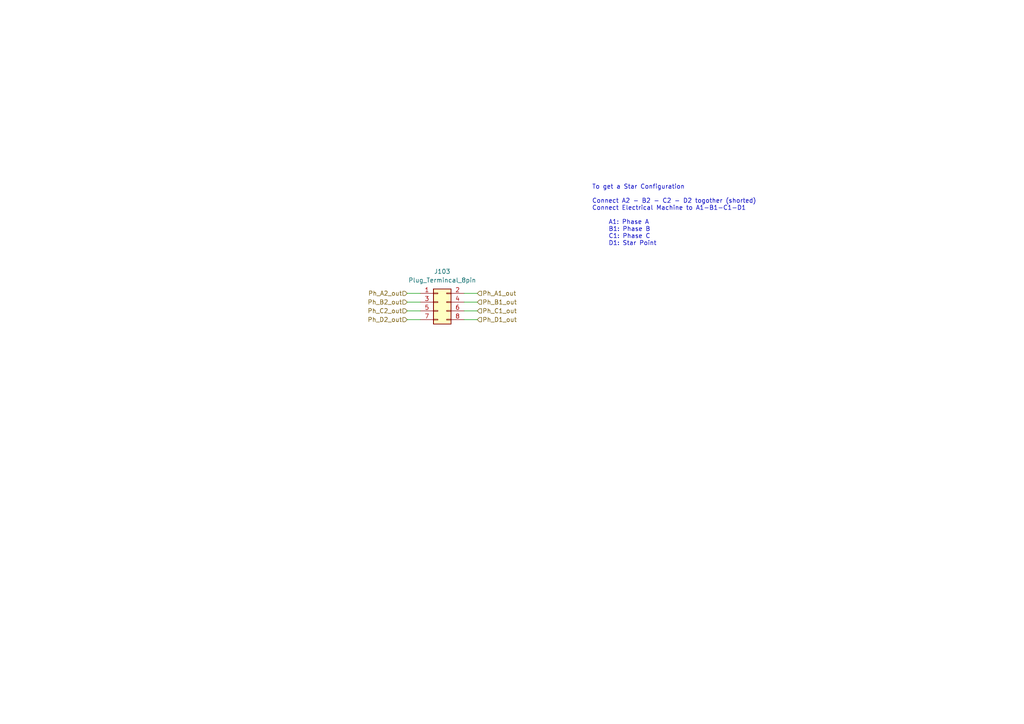
<source format=kicad_sch>
(kicad_sch (version 20250114) (generator "eeschema") (generator_version "9.0")
  (paper "A4")
  (lib_symbols
    (symbol "MYLIB_Misc:Plug_Termincal_8pin" (pin_names (hide yes))
      (property "Reference" "J" (at 0 5.334 0))
      (property "Value" "Plug_Termincal_8pin" (at 0 3.302 0))
      (symbol "Plug_Termincal_8pin_1_1"
        (rectangle (start -2.54 1.27) (end 2.54 -8.89) (stroke (width 0.254)) (fill (type background)))
        (rectangle (start -2.54 0.127) (end -1.27 -0.127) (stroke (width 0.1524)))
        (rectangle (start -2.54 -2.413) (end -1.27 -2.667) (stroke (width 0.1524)))
        (rectangle (start -2.54 -4.953) (end -1.27 -5.207) (stroke (width 0.1524)))
        (rectangle (start -2.54 -7.493) (end -1.27 -7.747) (stroke (width 0.1524)))
        (rectangle (start 2.54 0.127) (end 1.27 -0.127) (stroke (width 0.1524)))
        (rectangle (start 2.54 -2.413) (end 1.27 -2.667) (stroke (width 0.1524)))
        (rectangle (start 2.54 -4.953) (end 1.27 -5.207) (stroke (width 0.1524)))
        (rectangle (start 2.54 -7.493) (end 1.27 -7.747) (stroke (width 0.1524)))
        (pin passive line (at -6.35 0 0) (length 3.81) (name "Pin_1") (number "1"))
        (pin passive line (at -6.35 -2.54 0) (length 3.81) (name "Pin_3") (number "3"))
        (pin passive line (at -6.35 -5.08 0) (length 3.81) (name "Pin_5") (number "5"))
        (pin passive line (at -6.35 -7.62 0) (length 3.81) (name "Pin_7") (number "7"))
        (pin passive line (at 6.35 0 180) (length 3.81) (name "Pin_2") (number "2"))
        (pin passive line (at 6.35 -2.54 180) (length 3.81) (name "Pin_4") (number "4"))
        (pin passive line (at 6.35 -5.08 180) (length 3.81) (name "Pin_6") (number "6"))
        (pin passive line (at 6.35 -7.62 180) (length 3.81) (name "Pin_8") (number "8"))
      )
    )
  )
  (text "To get a Star Configuration\n\nConnect A2 - B2 - C2 - D2 togother (shorted)\nConnect Electrical Machine to A1-B1-C1-D1\n\n	A1: Phase A\n	B1: Phase B\n	C1: Phase C\n	D1: Star Point" (at 171.704 62.484 0) (effects (font (size 1.27 1.27)) (justify left)))
  (wire (pts (xy 134.62 92.71) (xy 138.43 92.71)))
  (wire (pts (xy 118.11 92.71) (xy 121.92 92.71)))
  (wire (pts (xy 134.62 87.63) (xy 138.43 87.63)))
  (wire (pts (xy 134.62 85.09) (xy 138.43 85.09)))
  (wire (pts (xy 118.11 87.63) (xy 121.92 87.63)))
  (wire (pts (xy 134.62 90.17) (xy 138.43 90.17)))
  (wire (pts (xy 118.11 90.17) (xy 121.92 90.17)))
  (wire (pts (xy 118.11 85.09) (xy 121.92 85.09)))
  (hierarchical_label "Ph_A1_out" (shape input) (at 138.43 85.09 0))
  (hierarchical_label "Ph_C1_out" (shape input) (at 138.43 90.17 0))
  (hierarchical_label "Ph_D1_out" (shape input) (at 138.43 92.71 0))
  (hierarchical_label "Ph_A2_out" (shape input) (at 118.11 85.09 180))
  (hierarchical_label "Ph_D2_out" (shape input) (at 118.11 92.71 180))
  (hierarchical_label "Ph_B2_out" (shape input) (at 118.11 87.63 180))
  (hierarchical_label "Ph_C2_out" (shape input) (at 118.11 90.17 180))
  (hierarchical_label "Ph_B1_out" (shape input) (at 138.43 87.63 0))
  (symbol (lib_id "MYLIB_Misc:Plug_Termincal_8pin") (at 128.27 85.09 0) (unit 1)
    (property "Reference" "J103" (at 128.27 78.74 0))
    (property "Value" "Plug_Termincal_8pin" (at 128.27 81.28 0))
    (property "Footprint" "MYLIB_Misc:DMC 1,5_ 8-G1-3,5 P20THR" (effects (hide yes)))
    (property "Datasheet" "https://product-download.phoenixcontact.com/7581871?response-content-disposition=inline;%20filename%3D%221786895_02_en_00.pdf%22&Expires=1762790272&Signature=swgT~pfHFsm~KFte~1FyTUdCZaY3mURW7Sm3ZO1670aosCFDktyp77XVjT~WM-BF5UAYAn7SB97Gn5JYnUQEo2Fo4coNlwQu8FvGxlAgu6cPDUpTS7qKwCUFJAfHbnWDITx10Xgr4f3IGJZgshPlJKuMwfqJ1~soOFux2NQtmqne1nW1QpnapOHvfXEmIqUT8lfI05sqOMTbP8aHqqhzBDIfpY8psZXo36OHFrhnt8hDQ0wXe394Nf9wPZgUL--r-V-FA68hmgIiKUjjxetMxbp5wlmyiyZTnTkfqKPBXq4SCTPMeVpkhphIF7vmWwvwFFSD8XTuiqvSgzKTNBIHtQ__&Key-Pair-Id=K1I2N54A7B0GD" (effects (hide yes)))
    (property "Description" "Pluggable Terminal Blocks 8 Pos 3.5mm Dbl Row Plug 24-16AWG Spring" (effects (hide yes)))
    (property "Mating Connector Mouser" " 651-1790357" (effects (hide yes)))
    (property "Mating Connector Link" "https://product-download.phoenixcontact.com/8945604?response-content-disposition=inline;%20filename%3D%221790357_04_en_03.pdf%22&Expires=1762789986&Signature=ipEMNH2oRldeatNpCt2LgQ2qfu7zONe9r5fTnUSu~jVXEFxJXimB1mNBJG54W6gMaB3mL1auhUEZHbNWKHeBpVePo4wLkQTSMGiAroKySyTr75NkMuRgQrBNp5zFPa0nsk04bgnmTglvgn3Nkk0r-ygqga5CCZms3pwphqmh2MiSRDj1dVFlWYrLZMXfeWBeOA8eRxkTpTCFV9F7L5cZnVIsq0jCQRITzgdzqH05q~PF1m-rPiv5SdIFT0eLthdpIX2QoY37c2J4~ZpfG3fvrBenTcVOu77f1kcfo4KCglyWA8fQXeP5CE9fn8rCtQ8mClfe-vR81PjWTNgBQX~ynw__&Key-Pair-Id=K1I2N54A7B0GD" (effects (hide yes)))
  )
)
</source>
